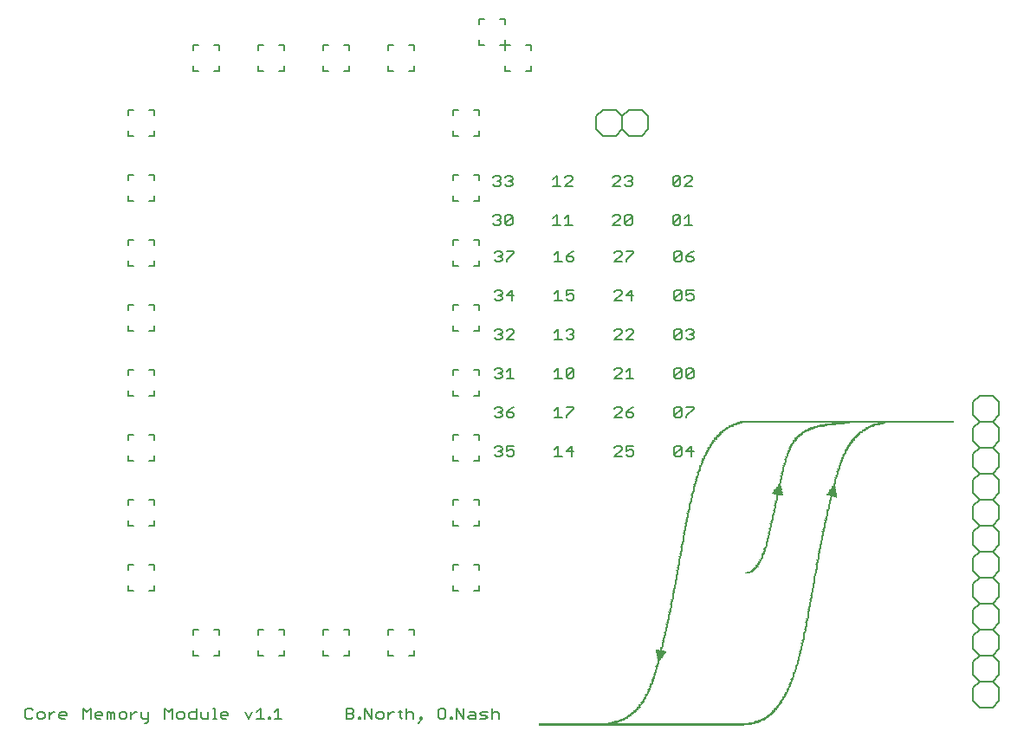
<source format=gto>
G75*
G70*
%OFA0B0*%
%FSLAX24Y24*%
%IPPOS*%
%LPD*%
%AMOC8*
5,1,8,0,0,1.08239X$1,22.5*
%
%ADD10C,0.0080*%
%ADD11R,0.3640X0.0020*%
%ADD12R,0.7900X0.0020*%
%ADD13R,0.8180X0.0020*%
%ADD14R,0.8260X0.0020*%
%ADD15R,0.0480X0.0020*%
%ADD16R,0.4400X0.0020*%
%ADD17R,0.0280X0.0020*%
%ADD18R,0.0300X0.0020*%
%ADD19R,0.0260X0.0020*%
%ADD20R,0.0240X0.0020*%
%ADD21R,0.0200X0.0020*%
%ADD22R,0.0160X0.0020*%
%ADD23R,0.0220X0.0020*%
%ADD24R,0.0180X0.0020*%
%ADD25R,0.0140X0.0020*%
%ADD26R,0.0120X0.0020*%
%ADD27R,0.0100X0.0020*%
%ADD28R,0.0080X0.0020*%
%ADD29R,0.0060X0.0020*%
%ADD30R,0.0340X0.0020*%
%ADD31R,0.0360X0.0020*%
%ADD32R,0.0380X0.0020*%
%ADD33R,0.0400X0.0020*%
%ADD34R,0.0040X0.0020*%
%ADD35R,0.0020X0.0020*%
%ADD36R,0.0320X0.0020*%
%ADD37R,0.0420X0.0020*%
%ADD38R,0.0540X0.0020*%
%ADD39R,0.0620X0.0020*%
%ADD40R,0.0700X0.0020*%
%ADD41R,0.8340X0.0020*%
%ADD42R,0.8280X0.0020*%
%ADD43R,0.8220X0.0020*%
%ADD44R,0.8040X0.0020*%
%ADD45C,0.0060*%
D10*
X000711Y000641D02*
X000851Y000641D01*
X000921Y000711D01*
X001101Y000711D02*
X001171Y000641D01*
X001311Y000641D01*
X001381Y000711D01*
X001381Y000851D01*
X001311Y000921D01*
X001171Y000921D01*
X001101Y000851D01*
X001101Y000711D01*
X000921Y000991D02*
X000851Y001061D01*
X000711Y001061D01*
X000641Y000991D01*
X000641Y000711D01*
X000711Y000641D01*
X001561Y000641D02*
X001561Y000921D01*
X001561Y000781D02*
X001702Y000921D01*
X001772Y000921D01*
X001945Y000851D02*
X002015Y000921D01*
X002155Y000921D01*
X002225Y000851D01*
X002225Y000781D01*
X001945Y000781D01*
X001945Y000711D02*
X001945Y000851D01*
X001945Y000711D02*
X002015Y000641D01*
X002155Y000641D01*
X002866Y000641D02*
X002866Y001061D01*
X003006Y000921D01*
X003146Y001061D01*
X003146Y000641D01*
X003326Y000711D02*
X003326Y000851D01*
X003396Y000921D01*
X003536Y000921D01*
X003606Y000851D01*
X003606Y000781D01*
X003326Y000781D01*
X003326Y000711D02*
X003396Y000641D01*
X003536Y000641D01*
X003787Y000641D02*
X003787Y000921D01*
X003857Y000921D01*
X003927Y000851D01*
X003997Y000921D01*
X004067Y000851D01*
X004067Y000641D01*
X003927Y000641D02*
X003927Y000851D01*
X004247Y000851D02*
X004317Y000921D01*
X004457Y000921D01*
X004527Y000851D01*
X004527Y000711D01*
X004457Y000641D01*
X004317Y000641D01*
X004247Y000711D01*
X004247Y000851D01*
X004707Y000921D02*
X004707Y000641D01*
X004707Y000781D02*
X004847Y000921D01*
X004917Y000921D01*
X005091Y000921D02*
X005091Y000711D01*
X005161Y000641D01*
X005371Y000641D01*
X005371Y000571D02*
X005301Y000501D01*
X005231Y000501D01*
X005371Y000571D02*
X005371Y000921D01*
X006012Y001061D02*
X006012Y000641D01*
X006292Y000641D02*
X006292Y001061D01*
X006152Y000921D01*
X006012Y001061D01*
X006472Y000851D02*
X006472Y000711D01*
X006542Y000641D01*
X006682Y000641D01*
X006752Y000711D01*
X006752Y000851D01*
X006682Y000921D01*
X006542Y000921D01*
X006472Y000851D01*
X006932Y000851D02*
X007002Y000921D01*
X007213Y000921D01*
X007213Y001061D02*
X007213Y000641D01*
X007002Y000641D01*
X006932Y000711D01*
X006932Y000851D01*
X007393Y000921D02*
X007393Y000711D01*
X007463Y000641D01*
X007673Y000641D01*
X007673Y000921D01*
X007853Y001061D02*
X007923Y001061D01*
X007923Y000641D01*
X007853Y000641D02*
X007993Y000641D01*
X008160Y000711D02*
X008160Y000851D01*
X008230Y000921D01*
X008370Y000921D01*
X008440Y000851D01*
X008440Y000781D01*
X008160Y000781D01*
X008160Y000711D02*
X008230Y000641D01*
X008370Y000641D01*
X009081Y000921D02*
X009221Y000641D01*
X009361Y000921D01*
X009541Y000921D02*
X009681Y001061D01*
X009681Y000641D01*
X009541Y000641D02*
X009821Y000641D01*
X010001Y000641D02*
X010071Y000641D01*
X010071Y000711D01*
X010001Y000711D01*
X010001Y000641D01*
X010231Y000641D02*
X010512Y000641D01*
X010372Y000641D02*
X010372Y001061D01*
X010231Y000921D01*
X012994Y000851D02*
X013204Y000851D01*
X013274Y000781D01*
X013274Y000711D01*
X013204Y000641D01*
X012994Y000641D01*
X012994Y001061D01*
X013204Y001061D01*
X013274Y000991D01*
X013274Y000921D01*
X013204Y000851D01*
X013454Y000711D02*
X013524Y000711D01*
X013524Y000641D01*
X013454Y000641D01*
X013454Y000711D01*
X013684Y000641D02*
X013684Y001061D01*
X013964Y000641D01*
X013964Y001061D01*
X014144Y000851D02*
X014214Y000921D01*
X014355Y000921D01*
X014425Y000851D01*
X014425Y000711D01*
X014355Y000641D01*
X014214Y000641D01*
X014144Y000711D01*
X014144Y000851D01*
X014605Y000921D02*
X014605Y000641D01*
X014605Y000781D02*
X014745Y000921D01*
X014815Y000921D01*
X014988Y000921D02*
X015129Y000921D01*
X015058Y000991D02*
X015058Y000711D01*
X015129Y000641D01*
X015295Y000641D02*
X015295Y001061D01*
X015365Y000921D02*
X015505Y000921D01*
X015576Y000851D01*
X015576Y000641D01*
X015756Y000501D02*
X015896Y000641D01*
X015826Y000641D01*
X015826Y000711D01*
X015896Y000711D01*
X015896Y000641D01*
X016523Y000711D02*
X016523Y000991D01*
X016593Y001061D01*
X016733Y001061D01*
X016803Y000991D01*
X016803Y000711D01*
X016733Y000641D01*
X016593Y000641D01*
X016523Y000711D01*
X016983Y000711D02*
X017053Y000711D01*
X017053Y000641D01*
X016983Y000641D01*
X016983Y000711D01*
X017213Y000641D02*
X017213Y001061D01*
X017494Y000641D01*
X017494Y001061D01*
X017744Y000921D02*
X017884Y000921D01*
X017954Y000851D01*
X017954Y000641D01*
X017744Y000641D01*
X017674Y000711D01*
X017744Y000781D01*
X017954Y000781D01*
X018134Y000851D02*
X018204Y000921D01*
X018414Y000921D01*
X018344Y000781D02*
X018204Y000781D01*
X018134Y000851D01*
X018134Y000641D02*
X018344Y000641D01*
X018414Y000711D01*
X018344Y000781D01*
X018594Y000851D02*
X018665Y000921D01*
X018805Y000921D01*
X018875Y000851D01*
X018875Y000641D01*
X018594Y000641D02*
X018594Y001061D01*
X015365Y000921D02*
X015295Y000851D01*
X018771Y010741D02*
X018701Y010811D01*
X018771Y010741D02*
X018911Y010741D01*
X018981Y010811D01*
X018981Y010881D01*
X018911Y010951D01*
X018841Y010951D01*
X018911Y010951D02*
X018981Y011021D01*
X018981Y011091D01*
X018911Y011161D01*
X018771Y011161D01*
X018701Y011091D01*
X019161Y011161D02*
X019161Y010951D01*
X019301Y011021D01*
X019371Y011021D01*
X019441Y010951D01*
X019441Y010811D01*
X019371Y010741D01*
X019231Y010741D01*
X019161Y010811D01*
X019161Y011161D02*
X019441Y011161D01*
X019371Y012241D02*
X019441Y012311D01*
X019441Y012381D01*
X019371Y012451D01*
X019161Y012451D01*
X019161Y012311D01*
X019231Y012241D01*
X019371Y012241D01*
X019161Y012451D02*
X019301Y012591D01*
X019441Y012661D01*
X018981Y012591D02*
X018981Y012521D01*
X018911Y012451D01*
X018981Y012381D01*
X018981Y012311D01*
X018911Y012241D01*
X018771Y012241D01*
X018701Y012311D01*
X018841Y012451D02*
X018911Y012451D01*
X018981Y012591D02*
X018911Y012661D01*
X018771Y012661D01*
X018701Y012591D01*
X018771Y013741D02*
X018701Y013811D01*
X018771Y013741D02*
X018911Y013741D01*
X018981Y013811D01*
X018981Y013881D01*
X018911Y013951D01*
X018841Y013951D01*
X018911Y013951D02*
X018981Y014021D01*
X018981Y014091D01*
X018911Y014161D01*
X018771Y014161D01*
X018701Y014091D01*
X019161Y014021D02*
X019301Y014161D01*
X019301Y013741D01*
X019161Y013741D02*
X019441Y013741D01*
X021003Y013741D02*
X021283Y013741D01*
X021143Y013741D02*
X021143Y014161D01*
X021003Y014021D01*
X021463Y014091D02*
X021533Y014161D01*
X021673Y014161D01*
X021743Y014091D01*
X021463Y013811D01*
X021533Y013741D01*
X021673Y013741D01*
X021743Y013811D01*
X021743Y014091D01*
X021463Y014091D02*
X021463Y013811D01*
X021463Y012661D02*
X021743Y012661D01*
X021743Y012591D01*
X021463Y012311D01*
X021463Y012241D01*
X021283Y012241D02*
X021003Y012241D01*
X021143Y012241D02*
X021143Y012661D01*
X021003Y012521D01*
X021143Y011161D02*
X021143Y010741D01*
X021003Y010741D02*
X021283Y010741D01*
X021463Y010951D02*
X021743Y010951D01*
X021673Y011161D02*
X021463Y010951D01*
X021673Y010741D02*
X021673Y011161D01*
X021143Y011161D02*
X021003Y011021D01*
X023304Y011091D02*
X023374Y011161D01*
X023514Y011161D01*
X023585Y011091D01*
X023585Y011021D01*
X023304Y010741D01*
X023585Y010741D01*
X023765Y010811D02*
X023835Y010741D01*
X023975Y010741D01*
X024045Y010811D01*
X024045Y010951D01*
X023975Y011021D01*
X023905Y011021D01*
X023765Y010951D01*
X023765Y011161D01*
X024045Y011161D01*
X023975Y012241D02*
X024045Y012311D01*
X024045Y012381D01*
X023975Y012451D01*
X023765Y012451D01*
X023765Y012311D01*
X023835Y012241D01*
X023975Y012241D01*
X023765Y012451D02*
X023905Y012591D01*
X024045Y012661D01*
X023585Y012591D02*
X023514Y012661D01*
X023374Y012661D01*
X023304Y012591D01*
X023585Y012591D02*
X023585Y012521D01*
X023304Y012241D01*
X023585Y012241D01*
X023585Y013741D02*
X023304Y013741D01*
X023585Y014021D01*
X023585Y014091D01*
X023514Y014161D01*
X023374Y014161D01*
X023304Y014091D01*
X023765Y014021D02*
X023905Y014161D01*
X023905Y013741D01*
X023765Y013741D02*
X024045Y013741D01*
X025606Y013811D02*
X025676Y013741D01*
X025816Y013741D01*
X025886Y013811D01*
X025886Y014091D01*
X025606Y013811D01*
X025606Y014091D01*
X025676Y014161D01*
X025816Y014161D01*
X025886Y014091D01*
X026066Y014091D02*
X026136Y014161D01*
X026277Y014161D01*
X026347Y014091D01*
X026066Y013811D01*
X026136Y013741D01*
X026277Y013741D01*
X026347Y013811D01*
X026347Y014091D01*
X026066Y014091D02*
X026066Y013811D01*
X026066Y012661D02*
X026347Y012661D01*
X026347Y012591D01*
X026066Y012311D01*
X026066Y012241D01*
X025886Y012311D02*
X025816Y012241D01*
X025676Y012241D01*
X025606Y012311D01*
X025886Y012591D01*
X025886Y012311D01*
X025606Y012311D02*
X025606Y012591D01*
X025676Y012661D01*
X025816Y012661D01*
X025886Y012591D01*
X025816Y011161D02*
X025676Y011161D01*
X025606Y011091D01*
X025606Y010811D01*
X025886Y011091D01*
X025886Y010811D01*
X025816Y010741D01*
X025676Y010741D01*
X025606Y010811D01*
X025886Y011091D02*
X025816Y011161D01*
X026066Y010951D02*
X026347Y010951D01*
X026277Y011161D02*
X026066Y010951D01*
X026277Y010741D02*
X026277Y011161D01*
X026277Y015241D02*
X026136Y015241D01*
X026066Y015311D01*
X025886Y015311D02*
X025816Y015241D01*
X025676Y015241D01*
X025606Y015311D01*
X025886Y015591D01*
X025886Y015311D01*
X025606Y015311D02*
X025606Y015591D01*
X025676Y015661D01*
X025816Y015661D01*
X025886Y015591D01*
X026066Y015591D02*
X026136Y015661D01*
X026277Y015661D01*
X026347Y015591D01*
X026347Y015521D01*
X026277Y015451D01*
X026347Y015381D01*
X026347Y015311D01*
X026277Y015241D01*
X026277Y015451D02*
X026207Y015451D01*
X026277Y016741D02*
X026136Y016741D01*
X026066Y016811D01*
X026066Y016951D02*
X026207Y017021D01*
X026277Y017021D01*
X026347Y016951D01*
X026347Y016811D01*
X026277Y016741D01*
X026066Y016951D02*
X026066Y017161D01*
X026347Y017161D01*
X025886Y017091D02*
X025886Y016811D01*
X025816Y016741D01*
X025676Y016741D01*
X025606Y016811D01*
X025886Y017091D01*
X025816Y017161D01*
X025676Y017161D01*
X025606Y017091D01*
X025606Y016811D01*
X024045Y016951D02*
X023765Y016951D01*
X023975Y017161D01*
X023975Y016741D01*
X023585Y016741D02*
X023304Y016741D01*
X023585Y017021D01*
X023585Y017091D01*
X023514Y017161D01*
X023374Y017161D01*
X023304Y017091D01*
X023304Y018241D02*
X023585Y018521D01*
X023585Y018591D01*
X023514Y018661D01*
X023374Y018661D01*
X023304Y018591D01*
X023304Y018241D02*
X023585Y018241D01*
X023765Y018241D02*
X023765Y018311D01*
X024045Y018591D01*
X024045Y018661D01*
X023765Y018661D01*
X023775Y019641D02*
X023705Y019711D01*
X023985Y019991D01*
X023985Y019711D01*
X023915Y019641D01*
X023775Y019641D01*
X023705Y019711D02*
X023705Y019991D01*
X023775Y020061D01*
X023915Y020061D01*
X023985Y019991D01*
X023525Y019991D02*
X023454Y020061D01*
X023314Y020061D01*
X023244Y019991D01*
X023525Y019991D02*
X023525Y019921D01*
X023244Y019641D01*
X023525Y019641D01*
X023525Y021141D02*
X023244Y021141D01*
X023525Y021421D01*
X023525Y021491D01*
X023454Y021561D01*
X023314Y021561D01*
X023244Y021491D01*
X023705Y021491D02*
X023775Y021561D01*
X023915Y021561D01*
X023985Y021491D01*
X023985Y021421D01*
X023915Y021351D01*
X023985Y021281D01*
X023985Y021211D01*
X023915Y021141D01*
X023775Y021141D01*
X023705Y021211D01*
X023845Y021351D02*
X023915Y021351D01*
X025546Y021211D02*
X025826Y021491D01*
X025826Y021211D01*
X025756Y021141D01*
X025616Y021141D01*
X025546Y021211D01*
X025546Y021491D01*
X025616Y021561D01*
X025756Y021561D01*
X025826Y021491D01*
X026006Y021491D02*
X026076Y021561D01*
X026217Y021561D01*
X026287Y021491D01*
X026287Y021421D01*
X026006Y021141D01*
X026287Y021141D01*
X026147Y020061D02*
X026006Y019921D01*
X025826Y019991D02*
X025546Y019711D01*
X025616Y019641D01*
X025756Y019641D01*
X025826Y019711D01*
X025826Y019991D01*
X025756Y020061D01*
X025616Y020061D01*
X025546Y019991D01*
X025546Y019711D01*
X026006Y019641D02*
X026287Y019641D01*
X026147Y019641D02*
X026147Y020061D01*
X026347Y018661D02*
X026207Y018591D01*
X026066Y018451D01*
X026277Y018451D01*
X026347Y018381D01*
X026347Y018311D01*
X026277Y018241D01*
X026136Y018241D01*
X026066Y018311D01*
X026066Y018451D01*
X025886Y018591D02*
X025606Y018311D01*
X025676Y018241D01*
X025816Y018241D01*
X025886Y018311D01*
X025886Y018591D01*
X025816Y018661D01*
X025676Y018661D01*
X025606Y018591D01*
X025606Y018311D01*
X023975Y015661D02*
X023835Y015661D01*
X023765Y015591D01*
X023585Y015591D02*
X023514Y015661D01*
X023374Y015661D01*
X023304Y015591D01*
X023585Y015591D02*
X023585Y015521D01*
X023304Y015241D01*
X023585Y015241D01*
X023765Y015241D02*
X024045Y015521D01*
X024045Y015591D01*
X023975Y015661D01*
X024045Y015241D02*
X023765Y015241D01*
X021743Y015311D02*
X021673Y015241D01*
X021533Y015241D01*
X021463Y015311D01*
X021283Y015241D02*
X021003Y015241D01*
X021143Y015241D02*
X021143Y015661D01*
X021003Y015521D01*
X021463Y015591D02*
X021533Y015661D01*
X021673Y015661D01*
X021743Y015591D01*
X021743Y015521D01*
X021673Y015451D01*
X021743Y015381D01*
X021743Y015311D01*
X021673Y015451D02*
X021603Y015451D01*
X021533Y016741D02*
X021463Y016811D01*
X021533Y016741D02*
X021673Y016741D01*
X021743Y016811D01*
X021743Y016951D01*
X021673Y017021D01*
X021603Y017021D01*
X021463Y016951D01*
X021463Y017161D01*
X021743Y017161D01*
X021143Y017161D02*
X021143Y016741D01*
X021003Y016741D02*
X021283Y016741D01*
X021003Y017021D02*
X021143Y017161D01*
X021143Y018241D02*
X021143Y018661D01*
X021003Y018521D01*
X021003Y018241D02*
X021283Y018241D01*
X021463Y018311D02*
X021463Y018451D01*
X021673Y018451D01*
X021743Y018381D01*
X021743Y018311D01*
X021673Y018241D01*
X021533Y018241D01*
X021463Y018311D01*
X021463Y018451D02*
X021603Y018591D01*
X021743Y018661D01*
X021683Y019641D02*
X021403Y019641D01*
X021543Y019641D02*
X021543Y020061D01*
X021403Y019921D01*
X021223Y019641D02*
X020943Y019641D01*
X021083Y019641D02*
X021083Y020061D01*
X020943Y019921D01*
X020943Y021141D02*
X021223Y021141D01*
X021083Y021141D02*
X021083Y021561D01*
X020943Y021421D01*
X021403Y021491D02*
X021473Y021561D01*
X021613Y021561D01*
X021683Y021491D01*
X021683Y021421D01*
X021403Y021141D01*
X021683Y021141D01*
X019381Y021211D02*
X019311Y021141D01*
X019171Y021141D01*
X019101Y021211D01*
X018921Y021211D02*
X018921Y021281D01*
X018851Y021351D01*
X018781Y021351D01*
X018851Y021351D02*
X018921Y021421D01*
X018921Y021491D01*
X018851Y021561D01*
X018711Y021561D01*
X018641Y021491D01*
X018641Y021211D02*
X018711Y021141D01*
X018851Y021141D01*
X018921Y021211D01*
X019101Y021491D02*
X019171Y021561D01*
X019311Y021561D01*
X019381Y021491D01*
X019381Y021421D01*
X019311Y021351D01*
X019381Y021281D01*
X019381Y021211D01*
X019311Y021351D02*
X019241Y021351D01*
X019171Y020061D02*
X019311Y020061D01*
X019381Y019991D01*
X019101Y019711D01*
X019171Y019641D01*
X019311Y019641D01*
X019381Y019711D01*
X019381Y019991D01*
X019171Y020061D02*
X019101Y019991D01*
X019101Y019711D01*
X018921Y019711D02*
X018851Y019641D01*
X018711Y019641D01*
X018641Y019711D01*
X018781Y019851D02*
X018851Y019851D01*
X018921Y019781D01*
X018921Y019711D01*
X018851Y019851D02*
X018921Y019921D01*
X018921Y019991D01*
X018851Y020061D01*
X018711Y020061D01*
X018641Y019991D01*
X018771Y018661D02*
X018911Y018661D01*
X018981Y018591D01*
X018981Y018521D01*
X018911Y018451D01*
X018981Y018381D01*
X018981Y018311D01*
X018911Y018241D01*
X018771Y018241D01*
X018701Y018311D01*
X018841Y018451D02*
X018911Y018451D01*
X018701Y018591D02*
X018771Y018661D01*
X019161Y018661D02*
X019441Y018661D01*
X019441Y018591D01*
X019161Y018311D01*
X019161Y018241D01*
X019371Y017161D02*
X019161Y016951D01*
X019441Y016951D01*
X019371Y016741D02*
X019371Y017161D01*
X018981Y017091D02*
X018981Y017021D01*
X018911Y016951D01*
X018981Y016881D01*
X018981Y016811D01*
X018911Y016741D01*
X018771Y016741D01*
X018701Y016811D01*
X018841Y016951D02*
X018911Y016951D01*
X018981Y017091D02*
X018911Y017161D01*
X018771Y017161D01*
X018701Y017091D01*
X018771Y015661D02*
X018911Y015661D01*
X018981Y015591D01*
X018981Y015521D01*
X018911Y015451D01*
X018981Y015381D01*
X018981Y015311D01*
X018911Y015241D01*
X018771Y015241D01*
X018701Y015311D01*
X018841Y015451D02*
X018911Y015451D01*
X018701Y015591D02*
X018771Y015661D01*
X019161Y015591D02*
X019231Y015661D01*
X019371Y015661D01*
X019441Y015591D01*
X019441Y015521D01*
X019161Y015241D01*
X019441Y015241D01*
D11*
X022231Y000381D03*
D12*
X024361Y000401D03*
D13*
X024501Y000421D03*
D14*
X024541Y000441D03*
D15*
X023071Y000461D03*
D16*
X026531Y000461D03*
D17*
X025071Y003101D03*
X025031Y003261D03*
X023211Y000481D03*
X031691Y009381D03*
X030951Y011841D03*
X028011Y012001D03*
D18*
X029601Y009441D03*
X029601Y009421D03*
X029601Y009401D03*
X031681Y009361D03*
X031681Y009341D03*
X033441Y011981D03*
X033601Y012021D03*
X025081Y003121D03*
X023361Y000521D03*
X023301Y000501D03*
X028641Y000481D03*
X028721Y000501D03*
D19*
X028781Y000521D03*
X025061Y003061D03*
X025061Y003081D03*
X023421Y000541D03*
X029661Y009281D03*
X029621Y009461D03*
X031701Y009421D03*
X031701Y009401D03*
X031741Y009221D03*
X033381Y011961D03*
X028101Y012021D03*
D20*
X030911Y011821D03*
X029631Y009501D03*
X029631Y009481D03*
X029671Y009261D03*
X031711Y009441D03*
X028831Y000541D03*
D21*
X025051Y003001D03*
X025051Y003021D03*
X023631Y000621D03*
X023591Y000601D03*
X023491Y000561D03*
X028531Y006301D03*
X030751Y011761D03*
X033311Y011941D03*
X027811Y011921D03*
D22*
X027851Y011941D03*
X027751Y011881D03*
X027671Y011841D03*
X030571Y011661D03*
X030711Y011741D03*
X033011Y011801D03*
X033031Y011821D03*
X033111Y011861D03*
X031731Y009521D03*
X031791Y009201D03*
X029651Y009581D03*
X029151Y000701D03*
X029111Y000661D03*
X028891Y000561D03*
X023851Y000741D03*
X023771Y000701D03*
X023751Y000681D03*
D23*
X023561Y000581D03*
X025061Y003041D03*
X028501Y006281D03*
X031721Y009461D03*
X031721Y009481D03*
X029641Y009521D03*
X030861Y011801D03*
X031021Y011861D03*
X033161Y011881D03*
X033201Y011901D03*
X033241Y011921D03*
X027961Y011981D03*
X027921Y011961D03*
D24*
X027781Y011901D03*
X030681Y011721D03*
X033061Y011841D03*
X031721Y009501D03*
X029641Y009541D03*
X029641Y009561D03*
X028441Y006261D03*
X025041Y002981D03*
X023721Y000661D03*
X028941Y000581D03*
X028981Y000601D03*
X029021Y000621D03*
D25*
X029061Y000641D03*
X029121Y000681D03*
X029221Y000741D03*
X029241Y000761D03*
X029361Y000861D03*
X029441Y000941D03*
X025041Y002941D03*
X025041Y002961D03*
X024961Y003281D03*
X024081Y000921D03*
X024001Y000841D03*
X023881Y000761D03*
X023681Y000641D03*
X028581Y006321D03*
X028621Y006341D03*
X028641Y006361D03*
X029661Y009601D03*
X031741Y009541D03*
X032801Y011681D03*
X032881Y011721D03*
X032901Y011741D03*
X032921Y011761D03*
X032961Y011781D03*
X030801Y011781D03*
X030641Y011701D03*
X030601Y011681D03*
X030561Y011641D03*
X030481Y011601D03*
X027701Y011861D03*
X027641Y011821D03*
X027601Y011801D03*
X027541Y011761D03*
X027521Y011741D03*
X027441Y011681D03*
X027361Y011601D03*
X027281Y011521D03*
D26*
X027271Y011501D03*
X027331Y011561D03*
X027351Y011581D03*
X027411Y011641D03*
X027431Y011661D03*
X027511Y011721D03*
X027211Y011441D03*
X027191Y011421D03*
X027191Y011401D03*
X027131Y011321D03*
X029731Y009241D03*
X031751Y009561D03*
X032471Y011341D03*
X032491Y011361D03*
X032551Y011441D03*
X032611Y011501D03*
X032631Y011521D03*
X032651Y011541D03*
X032671Y011561D03*
X032691Y011581D03*
X032711Y011601D03*
X032771Y011641D03*
X032791Y011661D03*
X030471Y011581D03*
X030451Y011561D03*
X030391Y011521D03*
X030311Y011441D03*
X030311Y011421D03*
X030251Y011361D03*
X030231Y011321D03*
X028811Y006541D03*
X028791Y006501D03*
X028731Y006441D03*
X028711Y006421D03*
X028651Y006381D03*
X025031Y002921D03*
X024411Y001301D03*
X024311Y001181D03*
X024251Y001101D03*
X024231Y001081D03*
X024231Y001061D03*
X024171Y001001D03*
X024151Y000981D03*
X024071Y000901D03*
X024011Y000861D03*
X023971Y000821D03*
X023911Y000781D03*
X023831Y000721D03*
X029191Y000721D03*
X029271Y000781D03*
X029291Y000801D03*
X029331Y000821D03*
X029351Y000841D03*
X029411Y000901D03*
X029431Y000921D03*
X029491Y000981D03*
X029511Y001021D03*
X029691Y001241D03*
D27*
X029701Y001261D03*
X029681Y001221D03*
X029661Y001201D03*
X029621Y001141D03*
X029601Y001121D03*
X029581Y001101D03*
X029581Y001081D03*
X029561Y001061D03*
X029541Y001041D03*
X029501Y001001D03*
X029461Y000961D03*
X029381Y000881D03*
X029741Y001301D03*
X029741Y001321D03*
X029761Y001341D03*
X029781Y001381D03*
X029821Y001461D03*
X029841Y001481D03*
X029861Y001501D03*
X029901Y001601D03*
X029921Y001621D03*
X029921Y001641D03*
X029941Y001661D03*
X029981Y001761D03*
X030001Y001781D03*
X030001Y001801D03*
X030061Y001941D03*
X030081Y001981D03*
X030101Y002021D03*
X030141Y002141D03*
X030161Y002181D03*
X030161Y002201D03*
X030221Y002381D03*
X030241Y002421D03*
X030321Y002681D03*
X030381Y002901D03*
X030461Y003221D03*
X030541Y003561D03*
X030561Y003641D03*
X030581Y003701D03*
X030621Y003941D03*
X030661Y004101D03*
X030701Y004341D03*
X030721Y004421D03*
X030741Y004501D03*
X030781Y004781D03*
X030801Y004861D03*
X030861Y005221D03*
X030881Y005301D03*
X030901Y005401D03*
X031101Y006581D03*
X031121Y006661D03*
X031141Y006761D03*
X031181Y007021D03*
X031201Y007101D03*
X031221Y007181D03*
X031341Y007841D03*
X031361Y007921D03*
X031381Y007981D03*
X031421Y008201D03*
X031441Y008281D03*
X031461Y008361D03*
X031521Y008641D03*
X031541Y008701D03*
X031621Y009041D03*
X031821Y009181D03*
X031741Y009581D03*
X031781Y009681D03*
X031841Y009921D03*
X031861Y009981D03*
X031901Y010141D03*
X031941Y010241D03*
X031981Y010381D03*
X032021Y010481D03*
X032061Y010601D03*
X032081Y010641D03*
X032101Y010681D03*
X032141Y010781D03*
X032141Y010801D03*
X032161Y010821D03*
X032181Y010841D03*
X032181Y010861D03*
X032221Y010941D03*
X032221Y010961D03*
X032241Y010981D03*
X032261Y011001D03*
X032261Y011021D03*
X032301Y011081D03*
X032301Y011101D03*
X032321Y011121D03*
X032341Y011141D03*
X032361Y011181D03*
X032381Y011221D03*
X032401Y011241D03*
X032421Y011261D03*
X032421Y011281D03*
X032461Y011321D03*
X032501Y011381D03*
X032521Y011401D03*
X032541Y011421D03*
X032581Y011461D03*
X032601Y011481D03*
X032741Y011621D03*
X032841Y011701D03*
X030521Y011621D03*
X030421Y011541D03*
X030381Y011501D03*
X030361Y011481D03*
X030341Y011461D03*
X030301Y011401D03*
X030241Y011341D03*
X030181Y011261D03*
X030181Y011241D03*
X030161Y011221D03*
X030141Y011201D03*
X030141Y011181D03*
X030101Y011121D03*
X030101Y011101D03*
X030081Y011081D03*
X030061Y011041D03*
X030021Y010941D03*
X030021Y010921D03*
X029981Y010861D03*
X029981Y010841D03*
X029941Y010721D03*
X029901Y010621D03*
X029861Y010461D03*
X029841Y010401D03*
X029781Y010141D03*
X029761Y010081D03*
X029741Y010001D03*
X029661Y009641D03*
X029661Y009621D03*
X029581Y009241D03*
X029541Y009021D03*
X029521Y008941D03*
X029501Y008861D03*
X029461Y008641D03*
X029381Y008281D03*
X029361Y008221D03*
X029341Y008161D03*
X029341Y008141D03*
X029301Y007941D03*
X029261Y007801D03*
X029121Y007221D03*
X029101Y007181D03*
X029101Y007161D03*
X029061Y007021D03*
X029041Y006981D03*
X029021Y006941D03*
X028981Y006821D03*
X028941Y006761D03*
X028941Y006741D03*
X028901Y006681D03*
X028901Y006661D03*
X028881Y006641D03*
X028861Y006621D03*
X028861Y006601D03*
X028801Y006521D03*
X028741Y006461D03*
X028701Y006401D03*
X025861Y006981D03*
X025841Y006901D03*
X025901Y007261D03*
X026001Y007801D03*
X026021Y007881D03*
X026061Y008141D03*
X026081Y008221D03*
X026101Y008301D03*
X026141Y008541D03*
X026141Y008561D03*
X026161Y008621D03*
X026181Y008701D03*
X026221Y008921D03*
X026301Y009261D03*
X026321Y009321D03*
X026381Y009581D03*
X026401Y009641D03*
X026461Y009861D03*
X026481Y009921D03*
X026501Y009961D03*
X026541Y010121D03*
X026561Y010161D03*
X026581Y010201D03*
X026581Y010221D03*
X026641Y010381D03*
X026641Y010401D03*
X026701Y010541D03*
X026701Y010561D03*
X026741Y010621D03*
X026741Y010641D03*
X026801Y010761D03*
X026821Y010801D03*
X026861Y010901D03*
X026881Y010921D03*
X026881Y010941D03*
X026901Y010961D03*
X026941Y011041D03*
X026961Y011081D03*
X026981Y011101D03*
X027021Y011161D03*
X027021Y011181D03*
X027041Y011201D03*
X027061Y011221D03*
X027081Y011261D03*
X027101Y011301D03*
X027141Y011341D03*
X027141Y011361D03*
X027261Y011481D03*
X027301Y011541D03*
X027381Y011621D03*
X027581Y011781D03*
X025781Y006541D03*
X025761Y006461D03*
X025741Y006361D03*
X025621Y005661D03*
X025601Y005561D03*
X025581Y005481D03*
X025541Y005221D03*
X025521Y005141D03*
X025501Y005061D03*
X025461Y004821D03*
X025441Y004741D03*
X025421Y004661D03*
X025381Y004441D03*
X025361Y004361D03*
X025341Y004301D03*
X025261Y003941D03*
X025221Y003741D03*
X025201Y003661D03*
X025141Y003401D03*
X025121Y003341D03*
X025021Y002901D03*
X024981Y002761D03*
X024961Y002701D03*
X024941Y002641D03*
X024881Y002421D03*
X024861Y002361D03*
X024821Y002221D03*
X024821Y002201D03*
X024801Y002161D03*
X024781Y002121D03*
X024781Y002101D03*
X024741Y001981D03*
X024721Y001941D03*
X024701Y001901D03*
X024661Y001781D03*
X024641Y001741D03*
X024621Y001701D03*
X024561Y001581D03*
X024561Y001561D03*
X024541Y001541D03*
X024501Y001461D03*
X024481Y001421D03*
X024461Y001401D03*
X024461Y001381D03*
X024421Y001321D03*
X024381Y001281D03*
X024381Y001261D03*
X024361Y001241D03*
X024341Y001201D03*
X024301Y001161D03*
X024301Y001141D03*
X024181Y001021D03*
X024101Y000941D03*
X024041Y000881D03*
X023941Y000801D03*
D28*
X024131Y000961D03*
X024211Y001041D03*
X024271Y001121D03*
X024351Y001221D03*
X024431Y001341D03*
X024491Y001441D03*
X024511Y001481D03*
X024511Y001501D03*
X024531Y001521D03*
X024571Y001601D03*
X024591Y001621D03*
X024591Y001641D03*
X024611Y001681D03*
X024631Y001721D03*
X024651Y001761D03*
X024671Y001801D03*
X024671Y001821D03*
X024691Y001861D03*
X024691Y001881D03*
X024711Y001921D03*
X024731Y001961D03*
X024751Y002001D03*
X024751Y002021D03*
X024771Y002061D03*
X024771Y002081D03*
X024791Y002141D03*
X024811Y002181D03*
X024831Y002241D03*
X024831Y002261D03*
X024851Y002321D03*
X024851Y002341D03*
X024871Y002381D03*
X024871Y002401D03*
X024891Y002441D03*
X024891Y002461D03*
X024911Y002481D03*
X024911Y002501D03*
X024911Y002521D03*
X024931Y002581D03*
X024931Y002601D03*
X024931Y002621D03*
X024951Y002661D03*
X024951Y002681D03*
X024971Y002721D03*
X024971Y002741D03*
X024991Y002781D03*
X024991Y002801D03*
X024991Y002821D03*
X025011Y002881D03*
X025111Y003281D03*
X025111Y003301D03*
X025111Y003321D03*
X025131Y003361D03*
X025131Y003381D03*
X025151Y003421D03*
X025151Y003441D03*
X025151Y003461D03*
X025171Y003541D03*
X025171Y003561D03*
X025171Y003581D03*
X025191Y003601D03*
X025191Y003621D03*
X025191Y003641D03*
X025211Y003681D03*
X025211Y003701D03*
X025211Y003721D03*
X025231Y003761D03*
X025231Y003781D03*
X025231Y003801D03*
X025251Y003861D03*
X025251Y003881D03*
X025251Y003901D03*
X025251Y003921D03*
X025271Y003961D03*
X025271Y003981D03*
X025271Y004001D03*
X025291Y004021D03*
X025291Y004041D03*
X025291Y004061D03*
X025311Y004081D03*
X025311Y004101D03*
X025311Y004121D03*
X025311Y004141D03*
X025331Y004221D03*
X025331Y004241D03*
X025331Y004261D03*
X025331Y004281D03*
X025351Y004321D03*
X025351Y004341D03*
X025371Y004381D03*
X025371Y004401D03*
X025371Y004421D03*
X025391Y004461D03*
X025391Y004481D03*
X025391Y004501D03*
X025391Y004521D03*
X025411Y004581D03*
X025411Y004601D03*
X025411Y004621D03*
X025411Y004641D03*
X025431Y004681D03*
X025431Y004701D03*
X025431Y004721D03*
X025451Y004761D03*
X025451Y004781D03*
X025451Y004801D03*
X025471Y004841D03*
X025471Y004861D03*
X025471Y004881D03*
X025471Y004901D03*
X025491Y004981D03*
X025491Y005001D03*
X025491Y005021D03*
X025491Y005041D03*
X025511Y005081D03*
X025511Y005101D03*
X025511Y005121D03*
X025531Y005161D03*
X025531Y005181D03*
X025531Y005201D03*
X025551Y005241D03*
X025551Y005261D03*
X025551Y005281D03*
X025551Y005301D03*
X025571Y005401D03*
X025571Y005421D03*
X025571Y005441D03*
X025571Y005461D03*
X025591Y005501D03*
X025591Y005521D03*
X025591Y005541D03*
X025611Y005581D03*
X025611Y005601D03*
X025611Y005621D03*
X025611Y005641D03*
X025631Y005681D03*
X025631Y005701D03*
X025631Y005721D03*
X025631Y005741D03*
X025651Y005821D03*
X025651Y005841D03*
X025651Y005861D03*
X025651Y005881D03*
X025651Y005901D03*
X025671Y005921D03*
X025671Y005941D03*
X025671Y005961D03*
X025671Y005981D03*
X025691Y006001D03*
X025691Y006021D03*
X025691Y006041D03*
X025691Y006061D03*
X025691Y006081D03*
X025711Y006101D03*
X025711Y006121D03*
X025711Y006141D03*
X025711Y006161D03*
X025711Y006181D03*
X025731Y006281D03*
X025731Y006301D03*
X025731Y006321D03*
X025731Y006341D03*
X025751Y006381D03*
X025751Y006401D03*
X025751Y006421D03*
X025751Y006441D03*
X025771Y006481D03*
X025771Y006501D03*
X025771Y006521D03*
X025791Y006561D03*
X025791Y006581D03*
X025791Y006601D03*
X025791Y006621D03*
X025811Y006741D03*
X025811Y006761D03*
X025811Y006781D03*
X025811Y006801D03*
X025831Y006821D03*
X025831Y006841D03*
X025831Y006861D03*
X025831Y006881D03*
X025851Y006921D03*
X025851Y006941D03*
X025851Y006961D03*
X025871Y007001D03*
X025871Y007021D03*
X025871Y007041D03*
X025871Y007061D03*
X025871Y007081D03*
X025891Y007181D03*
X025891Y007201D03*
X025891Y007221D03*
X025891Y007241D03*
X025911Y007281D03*
X025911Y007301D03*
X025911Y007321D03*
X025911Y007341D03*
X025931Y007361D03*
X025931Y007381D03*
X025931Y007401D03*
X025931Y007421D03*
X025931Y007441D03*
X025951Y007461D03*
X025951Y007481D03*
X025951Y007501D03*
X025951Y007521D03*
X025971Y007621D03*
X025971Y007641D03*
X025971Y007661D03*
X025971Y007681D03*
X025971Y007701D03*
X025991Y007721D03*
X025991Y007741D03*
X025991Y007761D03*
X025991Y007781D03*
X026011Y007821D03*
X026011Y007841D03*
X026011Y007861D03*
X026031Y007901D03*
X026031Y007921D03*
X026031Y007941D03*
X026031Y007961D03*
X026031Y007981D03*
X026051Y008061D03*
X026051Y008081D03*
X026051Y008101D03*
X026051Y008121D03*
X026071Y008161D03*
X026071Y008181D03*
X026071Y008201D03*
X026091Y008241D03*
X026091Y008261D03*
X026091Y008281D03*
X026111Y008321D03*
X026111Y008341D03*
X026111Y008361D03*
X026111Y008381D03*
X026131Y008461D03*
X026131Y008481D03*
X026131Y008501D03*
X026131Y008521D03*
X026151Y008581D03*
X026151Y008601D03*
X026171Y008641D03*
X026171Y008661D03*
X026171Y008681D03*
X026191Y008721D03*
X026191Y008741D03*
X026191Y008761D03*
X026191Y008781D03*
X026211Y008841D03*
X026211Y008861D03*
X026211Y008881D03*
X026211Y008901D03*
X026231Y008941D03*
X026231Y008961D03*
X026231Y008981D03*
X026251Y009001D03*
X026251Y009021D03*
X026251Y009041D03*
X026251Y009061D03*
X026271Y009081D03*
X026271Y009101D03*
X026271Y009121D03*
X026291Y009201D03*
X026291Y009221D03*
X026291Y009241D03*
X026311Y009281D03*
X026311Y009301D03*
X026331Y009341D03*
X026331Y009361D03*
X026331Y009381D03*
X026351Y009401D03*
X026351Y009421D03*
X026351Y009441D03*
X026371Y009521D03*
X026371Y009541D03*
X026371Y009561D03*
X026391Y009601D03*
X026391Y009621D03*
X026411Y009661D03*
X026411Y009681D03*
X026431Y009701D03*
X026431Y009721D03*
X026431Y009741D03*
X026431Y009761D03*
X026451Y009801D03*
X026451Y009821D03*
X026451Y009841D03*
X026471Y009881D03*
X026471Y009901D03*
X026491Y009941D03*
X026511Y009981D03*
X026511Y010001D03*
X026531Y010061D03*
X026531Y010081D03*
X026531Y010101D03*
X026551Y010141D03*
X026571Y010181D03*
X026591Y010241D03*
X026611Y010301D03*
X026611Y010321D03*
X026611Y010341D03*
X026631Y010361D03*
X026651Y010421D03*
X026671Y010441D03*
X026671Y010461D03*
X026671Y010481D03*
X026691Y010521D03*
X026711Y010581D03*
X026731Y010601D03*
X026751Y010661D03*
X026771Y010701D03*
X026771Y010721D03*
X026791Y010741D03*
X026811Y010781D03*
X026831Y010821D03*
X026831Y010841D03*
X026851Y010861D03*
X026851Y010881D03*
X026911Y010981D03*
X026931Y011001D03*
X026931Y011021D03*
X026951Y011061D03*
X026991Y011121D03*
X027071Y011241D03*
X027091Y011281D03*
X027171Y011381D03*
X027231Y011461D03*
X027471Y011701D03*
X029991Y010881D03*
X030011Y010901D03*
X030031Y010961D03*
X030051Y011001D03*
X030051Y011021D03*
X030071Y011061D03*
X030111Y011141D03*
X030131Y011161D03*
X030191Y011281D03*
X030211Y011301D03*
X030271Y011381D03*
X029971Y010821D03*
X029951Y010761D03*
X029951Y010741D03*
X029931Y010701D03*
X029931Y010681D03*
X029911Y010661D03*
X029911Y010641D03*
X029891Y010601D03*
X029891Y010581D03*
X029871Y010501D03*
X029871Y010481D03*
X029851Y010441D03*
X029851Y010421D03*
X029831Y010381D03*
X029831Y010361D03*
X029831Y010341D03*
X029811Y010321D03*
X029811Y010301D03*
X029811Y010281D03*
X029791Y010201D03*
X029791Y010181D03*
X029791Y010161D03*
X029771Y010121D03*
X029771Y010101D03*
X029751Y010061D03*
X029751Y010041D03*
X029751Y010021D03*
X029731Y009981D03*
X029731Y009961D03*
X029731Y009941D03*
X029711Y009841D03*
X029711Y009821D03*
X029711Y009801D03*
X029691Y009781D03*
X029691Y009761D03*
X029691Y009741D03*
X029691Y009721D03*
X029671Y009701D03*
X029671Y009681D03*
X029671Y009661D03*
X029571Y009221D03*
X029571Y009201D03*
X029571Y009181D03*
X029571Y009161D03*
X029551Y009101D03*
X029551Y009081D03*
X029551Y009061D03*
X029551Y009041D03*
X029531Y009001D03*
X029531Y008981D03*
X029531Y008961D03*
X029511Y008921D03*
X029511Y008901D03*
X029511Y008881D03*
X029491Y008841D03*
X029491Y008821D03*
X029491Y008801D03*
X029471Y008721D03*
X029471Y008701D03*
X029471Y008681D03*
X029471Y008661D03*
X029451Y008621D03*
X029451Y008601D03*
X029451Y008581D03*
X029431Y008561D03*
X029431Y008541D03*
X029431Y008521D03*
X029431Y008501D03*
X029411Y008481D03*
X029411Y008461D03*
X029411Y008441D03*
X029391Y008361D03*
X029391Y008341D03*
X029391Y008321D03*
X029391Y008301D03*
X029371Y008261D03*
X029371Y008241D03*
X029351Y008201D03*
X029351Y008181D03*
X029331Y008121D03*
X029331Y008101D03*
X029331Y008081D03*
X029311Y008001D03*
X029311Y007981D03*
X029311Y007961D03*
X029291Y007921D03*
X029291Y007901D03*
X029291Y007881D03*
X029271Y007861D03*
X029271Y007841D03*
X029271Y007821D03*
X029251Y007781D03*
X029251Y007761D03*
X029251Y007741D03*
X029251Y007721D03*
X029231Y007661D03*
X029231Y007641D03*
X029231Y007621D03*
X029231Y007601D03*
X029211Y007581D03*
X029211Y007561D03*
X029211Y007541D03*
X029211Y007521D03*
X029191Y007501D03*
X029191Y007481D03*
X029191Y007461D03*
X029171Y007441D03*
X029171Y007421D03*
X029171Y007401D03*
X029171Y007381D03*
X029151Y007341D03*
X029151Y007321D03*
X029151Y007301D03*
X029151Y007281D03*
X029131Y007261D03*
X029131Y007241D03*
X029111Y007201D03*
X029091Y007141D03*
X029091Y007121D03*
X029071Y007081D03*
X029071Y007061D03*
X029071Y007041D03*
X029051Y007001D03*
X029031Y006961D03*
X029011Y006921D03*
X029011Y006901D03*
X028991Y006861D03*
X028991Y006841D03*
X028971Y006801D03*
X028951Y006781D03*
X028931Y006721D03*
X028911Y006701D03*
X028851Y006581D03*
X028831Y006561D03*
X028771Y006481D03*
X028391Y006241D03*
X030871Y005281D03*
X030871Y005261D03*
X030871Y005241D03*
X030851Y005201D03*
X030851Y005181D03*
X030851Y005161D03*
X030851Y005141D03*
X030831Y005021D03*
X030831Y005001D03*
X030831Y004981D03*
X030831Y004961D03*
X030811Y004941D03*
X030811Y004921D03*
X030811Y004901D03*
X030811Y004881D03*
X030791Y004841D03*
X030791Y004821D03*
X030791Y004801D03*
X030771Y004761D03*
X030771Y004741D03*
X030771Y004721D03*
X030771Y004701D03*
X030771Y004681D03*
X030751Y004601D03*
X030751Y004581D03*
X030751Y004561D03*
X030751Y004541D03*
X030751Y004521D03*
X030731Y004481D03*
X030731Y004461D03*
X030731Y004441D03*
X030711Y004401D03*
X030711Y004381D03*
X030711Y004361D03*
X030691Y004321D03*
X030691Y004301D03*
X030691Y004281D03*
X030691Y004261D03*
X030671Y004181D03*
X030671Y004161D03*
X030671Y004141D03*
X030671Y004121D03*
X030651Y004081D03*
X030651Y004061D03*
X030651Y004041D03*
X030651Y004021D03*
X030631Y004001D03*
X030631Y003981D03*
X030631Y003961D03*
X030611Y003921D03*
X030611Y003901D03*
X030611Y003881D03*
X030611Y003861D03*
X030591Y003781D03*
X030591Y003761D03*
X030591Y003741D03*
X030591Y003721D03*
X030571Y003681D03*
X030571Y003661D03*
X030551Y003621D03*
X030551Y003601D03*
X030551Y003581D03*
X030531Y003541D03*
X030531Y003521D03*
X030531Y003501D03*
X030511Y003421D03*
X030511Y003401D03*
X030511Y003381D03*
X030511Y003361D03*
X030491Y003341D03*
X030491Y003321D03*
X030491Y003301D03*
X030471Y003281D03*
X030471Y003261D03*
X030471Y003241D03*
X030451Y003201D03*
X030451Y003181D03*
X030451Y003161D03*
X030431Y003101D03*
X030431Y003081D03*
X030431Y003061D03*
X030431Y003041D03*
X030411Y003021D03*
X030411Y003001D03*
X030411Y002981D03*
X030391Y002961D03*
X030391Y002941D03*
X030391Y002921D03*
X030371Y002881D03*
X030371Y002861D03*
X030351Y002781D03*
X030351Y002761D03*
X030351Y002741D03*
X030331Y002721D03*
X030331Y002701D03*
X030311Y002661D03*
X030311Y002641D03*
X030291Y002621D03*
X030291Y002601D03*
X030291Y002581D03*
X030271Y002521D03*
X030271Y002501D03*
X030271Y002481D03*
X030251Y002461D03*
X030251Y002441D03*
X030231Y002401D03*
X030211Y002361D03*
X030211Y002341D03*
X030191Y002281D03*
X030191Y002261D03*
X030191Y002241D03*
X030171Y002221D03*
X030151Y002161D03*
X030131Y002121D03*
X030131Y002101D03*
X030111Y002061D03*
X030111Y002041D03*
X030091Y002001D03*
X030071Y001961D03*
X030051Y001921D03*
X030051Y001901D03*
X030031Y001861D03*
X030031Y001841D03*
X030011Y001821D03*
X029971Y001741D03*
X029971Y001721D03*
X029951Y001701D03*
X029951Y001681D03*
X029891Y001581D03*
X029891Y001561D03*
X029871Y001541D03*
X029871Y001521D03*
X029811Y001441D03*
X029811Y001421D03*
X029791Y001401D03*
X029771Y001361D03*
X029651Y001181D03*
X029631Y001161D03*
X030891Y005321D03*
X030891Y005341D03*
X030891Y005361D03*
X030891Y005381D03*
X030911Y005421D03*
X030911Y005441D03*
X030911Y005461D03*
X030911Y005481D03*
X030911Y005501D03*
X030931Y005581D03*
X030931Y005601D03*
X030931Y005621D03*
X030931Y005641D03*
X030931Y005661D03*
X030951Y005681D03*
X030951Y005701D03*
X030951Y005721D03*
X030951Y005741D03*
X030951Y005761D03*
X030971Y005781D03*
X030971Y005801D03*
X030971Y005821D03*
X030971Y005841D03*
X030991Y005861D03*
X030991Y005881D03*
X030991Y005901D03*
X030991Y005921D03*
X030991Y005941D03*
X031011Y006041D03*
X031011Y006061D03*
X031011Y006081D03*
X031011Y006101D03*
X031011Y006121D03*
X031031Y006141D03*
X031031Y006161D03*
X031031Y006181D03*
X031031Y006201D03*
X031051Y006281D03*
X031051Y006301D03*
X031071Y006321D03*
X031071Y006341D03*
X031071Y006361D03*
X031071Y006381D03*
X031091Y006501D03*
X031091Y006521D03*
X031091Y006541D03*
X031091Y006561D03*
X031111Y006601D03*
X031111Y006621D03*
X031111Y006641D03*
X031131Y006681D03*
X031131Y006701D03*
X031131Y006721D03*
X031131Y006741D03*
X031151Y006781D03*
X031151Y006801D03*
X031151Y006821D03*
X031151Y006841D03*
X031171Y006941D03*
X031171Y006961D03*
X031171Y006981D03*
X031171Y007001D03*
X031191Y007041D03*
X031191Y007061D03*
X031191Y007081D03*
X031211Y007121D03*
X031211Y007141D03*
X031211Y007161D03*
X031231Y007201D03*
X031231Y007221D03*
X031231Y007241D03*
X031231Y007261D03*
X031251Y007361D03*
X031251Y007381D03*
X031251Y007401D03*
X031251Y007421D03*
X031271Y007441D03*
X031271Y007461D03*
X031271Y007481D03*
X031271Y007501D03*
X031291Y007521D03*
X031291Y007541D03*
X031291Y007561D03*
X031291Y007581D03*
X031311Y007601D03*
X031311Y007621D03*
X031311Y007641D03*
X031311Y007661D03*
X031311Y007681D03*
X031331Y007761D03*
X031331Y007781D03*
X031331Y007801D03*
X031331Y007821D03*
X031351Y007861D03*
X031351Y007881D03*
X031351Y007901D03*
X031371Y007941D03*
X031371Y007961D03*
X031391Y008001D03*
X031391Y008021D03*
X031391Y008041D03*
X031391Y008061D03*
X031411Y008141D03*
X031411Y008161D03*
X031411Y008181D03*
X031431Y008221D03*
X031431Y008241D03*
X031431Y008261D03*
X031451Y008301D03*
X031451Y008321D03*
X031451Y008341D03*
X031471Y008381D03*
X031471Y008401D03*
X031471Y008421D03*
X031491Y008501D03*
X031491Y008521D03*
X031491Y008541D03*
X031491Y008561D03*
X031511Y008581D03*
X031511Y008601D03*
X031511Y008621D03*
X031531Y008661D03*
X031531Y008681D03*
X031551Y008721D03*
X031551Y008741D03*
X031551Y008761D03*
X031551Y008781D03*
X031571Y008841D03*
X031571Y008861D03*
X031571Y008881D03*
X031571Y008901D03*
X031591Y008921D03*
X031591Y008941D03*
X031591Y008961D03*
X031611Y008981D03*
X031611Y009001D03*
X031611Y009021D03*
X031631Y009061D03*
X031631Y009081D03*
X031631Y009101D03*
X031631Y009121D03*
X031651Y009181D03*
X031651Y009201D03*
X031751Y009601D03*
X031751Y009621D03*
X031771Y009641D03*
X031771Y009661D03*
X031791Y009701D03*
X031791Y009721D03*
X031791Y009741D03*
X031811Y009801D03*
X031811Y009821D03*
X031811Y009841D03*
X031811Y009861D03*
X031831Y009881D03*
X031831Y009901D03*
X031851Y009941D03*
X031851Y009961D03*
X031871Y010001D03*
X031871Y010021D03*
X031891Y010081D03*
X031891Y010101D03*
X031891Y010121D03*
X031911Y010161D03*
X031911Y010181D03*
X031931Y010201D03*
X031931Y010221D03*
X031951Y010261D03*
X031951Y010281D03*
X031951Y010301D03*
X031971Y010341D03*
X031971Y010361D03*
X031991Y010401D03*
X031991Y010421D03*
X032011Y010441D03*
X032011Y010461D03*
X032031Y010501D03*
X032031Y010521D03*
X032051Y010561D03*
X032051Y010581D03*
X032071Y010621D03*
X032091Y010661D03*
X032111Y010701D03*
X032111Y010721D03*
X032131Y010761D03*
X032191Y010881D03*
X032211Y010921D03*
X032271Y011041D03*
X032351Y011161D03*
X032371Y011201D03*
X032451Y011301D03*
D29*
X032281Y011061D03*
X032201Y010901D03*
X032121Y010741D03*
X032041Y010541D03*
X031961Y010321D03*
X031881Y010061D03*
X031881Y010041D03*
X031801Y009781D03*
X031801Y009761D03*
X031641Y009161D03*
X031641Y009141D03*
X031561Y008821D03*
X031561Y008801D03*
X031481Y008481D03*
X031481Y008461D03*
X031481Y008441D03*
X031401Y008121D03*
X031401Y008101D03*
X031401Y008081D03*
X031321Y007741D03*
X031321Y007721D03*
X031321Y007701D03*
X031241Y007341D03*
X031241Y007321D03*
X031241Y007301D03*
X031241Y007281D03*
X031161Y006921D03*
X031161Y006901D03*
X031161Y006881D03*
X031161Y006861D03*
X031081Y006481D03*
X031081Y006461D03*
X031081Y006441D03*
X031081Y006421D03*
X031081Y006401D03*
X031001Y006021D03*
X031001Y006001D03*
X031001Y005981D03*
X031001Y005961D03*
X030921Y005561D03*
X030921Y005541D03*
X030921Y005521D03*
X030841Y005121D03*
X030841Y005101D03*
X030841Y005081D03*
X030841Y005061D03*
X030841Y005041D03*
X030761Y004661D03*
X030761Y004641D03*
X030761Y004621D03*
X030681Y004241D03*
X030681Y004221D03*
X030681Y004201D03*
X030601Y003841D03*
X030601Y003821D03*
X030601Y003801D03*
X030521Y003481D03*
X030521Y003461D03*
X030521Y003441D03*
X030441Y003141D03*
X030441Y003121D03*
X030361Y002841D03*
X030361Y002821D03*
X030361Y002801D03*
X030281Y002561D03*
X030281Y002541D03*
X030201Y002321D03*
X030201Y002301D03*
X030121Y002081D03*
X030041Y001881D03*
X029721Y001281D03*
X025401Y004541D03*
X025401Y004561D03*
X025321Y004201D03*
X025321Y004181D03*
X025321Y004161D03*
X025241Y003841D03*
X025241Y003821D03*
X025161Y003521D03*
X025161Y003501D03*
X025161Y003481D03*
X024921Y003301D03*
X025001Y002861D03*
X025001Y002841D03*
X024921Y002561D03*
X024921Y002541D03*
X024841Y002301D03*
X024841Y002281D03*
X024761Y002041D03*
X024681Y001841D03*
X024601Y001661D03*
X024441Y001361D03*
X025481Y004921D03*
X025481Y004941D03*
X025481Y004961D03*
X025561Y005321D03*
X025561Y005341D03*
X025561Y005361D03*
X025561Y005381D03*
X025641Y005761D03*
X025641Y005781D03*
X025641Y005801D03*
X025721Y006201D03*
X025721Y006221D03*
X025721Y006241D03*
X025721Y006261D03*
X025801Y006641D03*
X025801Y006661D03*
X025801Y006681D03*
X025801Y006701D03*
X025801Y006721D03*
X025881Y007101D03*
X025881Y007121D03*
X025881Y007141D03*
X025881Y007161D03*
X025961Y007541D03*
X025961Y007561D03*
X025961Y007581D03*
X025961Y007601D03*
X026041Y008001D03*
X026041Y008021D03*
X026041Y008041D03*
X026121Y008401D03*
X026121Y008421D03*
X026121Y008441D03*
X026201Y008801D03*
X026201Y008821D03*
X026281Y009141D03*
X026281Y009161D03*
X026281Y009181D03*
X026361Y009461D03*
X026361Y009481D03*
X026361Y009501D03*
X026441Y009781D03*
X026521Y010021D03*
X026521Y010041D03*
X026601Y010261D03*
X026601Y010281D03*
X026681Y010501D03*
X026761Y010681D03*
X027001Y011141D03*
X029801Y010261D03*
X029801Y010241D03*
X029801Y010221D03*
X029881Y010521D03*
X029881Y010541D03*
X029881Y010561D03*
X029961Y010781D03*
X029961Y010801D03*
X030041Y010981D03*
X029721Y009921D03*
X029721Y009901D03*
X029721Y009881D03*
X029721Y009861D03*
X029561Y009141D03*
X029561Y009121D03*
X029481Y008781D03*
X029481Y008761D03*
X029481Y008741D03*
X029401Y008421D03*
X029401Y008401D03*
X029401Y008381D03*
X029321Y008061D03*
X029321Y008041D03*
X029321Y008021D03*
X029241Y007701D03*
X029241Y007681D03*
X029161Y007361D03*
X029081Y007101D03*
X029001Y006881D03*
D30*
X031681Y009321D03*
X025061Y003241D03*
X025081Y003141D03*
D31*
X025091Y003161D03*
X025091Y003181D03*
X029591Y009361D03*
X031671Y009301D03*
X031671Y009241D03*
D32*
X031661Y009281D03*
X029581Y009341D03*
X031201Y011901D03*
X031401Y011941D03*
X025101Y003201D03*
D33*
X025091Y003221D03*
X029571Y009321D03*
X031651Y009261D03*
D34*
X031051Y006261D03*
X031051Y006241D03*
X031031Y006221D03*
D35*
X031861Y009161D03*
D36*
X029611Y009301D03*
X029591Y009381D03*
X031131Y011881D03*
X033491Y012001D03*
D37*
X031281Y011921D03*
D38*
X031561Y011961D03*
D39*
X031681Y011981D03*
D40*
X031821Y012001D03*
X032041Y012021D03*
D41*
X032181Y012041D03*
D42*
X032211Y012061D03*
D43*
X032241Y012081D03*
D44*
X032331Y012101D03*
D45*
X037101Y011851D02*
X037101Y011351D01*
X037351Y011101D01*
X037851Y011101D01*
X038101Y011351D01*
X038101Y011851D01*
X037851Y012101D01*
X038101Y012351D01*
X038101Y012851D01*
X037851Y013101D01*
X037351Y013101D01*
X037101Y012851D01*
X037101Y012351D01*
X037351Y012101D01*
X037851Y012101D01*
X037351Y012101D02*
X037101Y011851D01*
X037351Y011101D02*
X037101Y010851D01*
X037101Y010351D01*
X037351Y010101D01*
X037851Y010101D01*
X038101Y010351D01*
X038101Y010851D01*
X037851Y011101D01*
X037851Y010101D02*
X038101Y009851D01*
X038101Y009351D01*
X037851Y009101D01*
X038101Y008851D01*
X038101Y008351D01*
X037851Y008101D01*
X038101Y007851D01*
X038101Y007351D01*
X037851Y007101D01*
X038101Y006851D01*
X038101Y006351D01*
X037851Y006101D01*
X038101Y005851D01*
X038101Y005351D01*
X037851Y005101D01*
X038101Y004851D01*
X038101Y004351D01*
X037851Y004101D01*
X038101Y003851D01*
X038101Y003351D01*
X037851Y003101D01*
X038101Y002851D01*
X038101Y002351D01*
X037851Y002101D01*
X038101Y001851D01*
X038101Y001351D01*
X037851Y001101D01*
X037351Y001101D01*
X037101Y001351D01*
X037101Y001851D01*
X037351Y002101D01*
X037101Y002351D01*
X037101Y002851D01*
X037351Y003101D01*
X037851Y003101D01*
X037351Y003101D02*
X037101Y003351D01*
X037101Y003851D01*
X037351Y004101D01*
X037101Y004351D01*
X037101Y004851D01*
X037351Y005101D01*
X037101Y005351D01*
X037101Y005851D01*
X037351Y006101D01*
X037851Y006101D01*
X037351Y006101D02*
X037101Y006351D01*
X037101Y006851D01*
X037351Y007101D01*
X037101Y007351D01*
X037101Y007851D01*
X037351Y008101D01*
X037101Y008351D01*
X037101Y008851D01*
X037351Y009101D01*
X037851Y009101D01*
X037351Y009101D02*
X037101Y009351D01*
X037101Y009851D01*
X037351Y010101D01*
X037351Y008101D02*
X037851Y008101D01*
X037851Y007101D02*
X037351Y007101D01*
X037351Y005101D02*
X037851Y005101D01*
X037851Y004101D02*
X037351Y004101D01*
X037351Y002101D02*
X037851Y002101D01*
X018101Y005601D02*
X018101Y005801D01*
X018101Y005601D02*
X017901Y005601D01*
X017301Y005601D02*
X017101Y005601D01*
X017101Y005801D01*
X017101Y006401D02*
X017101Y006601D01*
X017301Y006601D01*
X017901Y006601D02*
X018101Y006601D01*
X018101Y006401D01*
X018101Y008101D02*
X018101Y008301D01*
X018101Y008101D02*
X017901Y008101D01*
X017301Y008101D02*
X017101Y008101D01*
X017101Y008301D01*
X017101Y008901D02*
X017101Y009101D01*
X017301Y009101D01*
X017901Y009101D02*
X018101Y009101D01*
X018101Y008901D01*
X018101Y010601D02*
X018101Y010801D01*
X018101Y010601D02*
X017901Y010601D01*
X017301Y010601D02*
X017101Y010601D01*
X017101Y010801D01*
X017101Y011401D02*
X017101Y011601D01*
X017301Y011601D01*
X017901Y011601D02*
X018101Y011601D01*
X018101Y011401D01*
X018101Y013101D02*
X018101Y013301D01*
X018101Y013101D02*
X017901Y013101D01*
X017301Y013101D02*
X017101Y013101D01*
X017101Y013301D01*
X017101Y013901D02*
X017101Y014101D01*
X017301Y014101D01*
X017901Y014101D02*
X018101Y014101D01*
X018101Y013901D01*
X018101Y015601D02*
X018101Y015801D01*
X018101Y015601D02*
X017901Y015601D01*
X017301Y015601D02*
X017101Y015601D01*
X017101Y015801D01*
X017101Y016401D02*
X017101Y016601D01*
X017301Y016601D01*
X017901Y016601D02*
X018101Y016601D01*
X018101Y016401D01*
X018101Y018101D02*
X018101Y018301D01*
X018101Y018101D02*
X017901Y018101D01*
X017301Y018101D02*
X017101Y018101D01*
X017101Y018301D01*
X017101Y018901D02*
X017101Y019101D01*
X017301Y019101D01*
X017901Y019101D02*
X018101Y019101D01*
X018101Y018901D01*
X018101Y020601D02*
X018101Y020801D01*
X018101Y020601D02*
X017901Y020601D01*
X017301Y020601D02*
X017101Y020601D01*
X017101Y020801D01*
X017101Y021401D02*
X017101Y021601D01*
X017301Y021601D01*
X017901Y021601D02*
X018101Y021601D01*
X018101Y021401D01*
X018101Y023101D02*
X018101Y023301D01*
X018101Y023101D02*
X017901Y023101D01*
X017301Y023101D02*
X017101Y023101D01*
X017101Y023301D01*
X017101Y023901D02*
X017101Y024101D01*
X017301Y024101D01*
X017901Y024101D02*
X018101Y024101D01*
X018101Y023901D01*
X019101Y025601D02*
X019301Y025601D01*
X019101Y025601D02*
X019101Y025801D01*
X019101Y026401D02*
X019101Y026601D01*
X019301Y026601D01*
X019101Y026601D02*
X019101Y026801D01*
X019101Y026601D02*
X018901Y026601D01*
X018301Y026601D02*
X018101Y026601D01*
X018101Y026801D01*
X018101Y027401D02*
X018101Y027601D01*
X018301Y027601D01*
X018901Y027601D02*
X019101Y027601D01*
X019101Y027401D01*
X019901Y026601D02*
X020101Y026601D01*
X020101Y026401D01*
X020101Y025801D02*
X020101Y025601D01*
X019901Y025601D01*
X022601Y023851D02*
X022851Y024101D01*
X023351Y024101D01*
X023601Y023851D01*
X023851Y024101D01*
X024351Y024101D01*
X024601Y023851D01*
X024601Y023351D01*
X024351Y023101D01*
X023851Y023101D01*
X023601Y023351D01*
X023351Y023101D01*
X022851Y023101D01*
X022601Y023351D01*
X022601Y023851D01*
X023601Y023851D02*
X023601Y023351D01*
X015601Y025601D02*
X015601Y025801D01*
X015601Y025601D02*
X015401Y025601D01*
X014801Y025601D02*
X014601Y025601D01*
X014601Y025801D01*
X014601Y026401D02*
X014601Y026601D01*
X014801Y026601D01*
X015401Y026601D02*
X015601Y026601D01*
X015601Y026401D01*
X013101Y026401D02*
X013101Y026601D01*
X012901Y026601D01*
X012301Y026601D02*
X012101Y026601D01*
X012101Y026401D01*
X012101Y025801D02*
X012101Y025601D01*
X012301Y025601D01*
X012901Y025601D02*
X013101Y025601D01*
X013101Y025801D01*
X010601Y025801D02*
X010601Y025601D01*
X010401Y025601D01*
X009801Y025601D02*
X009601Y025601D01*
X009601Y025801D01*
X009601Y026401D02*
X009601Y026601D01*
X009801Y026601D01*
X010401Y026601D02*
X010601Y026601D01*
X010601Y026401D01*
X008101Y026401D02*
X008101Y026601D01*
X007901Y026601D01*
X007301Y026601D02*
X007101Y026601D01*
X007101Y026401D01*
X007101Y025801D02*
X007101Y025601D01*
X007301Y025601D01*
X007901Y025601D02*
X008101Y025601D01*
X008101Y025801D01*
X005601Y024101D02*
X005401Y024101D01*
X005601Y024101D02*
X005601Y023901D01*
X005601Y023301D02*
X005601Y023101D01*
X005401Y023101D01*
X004801Y023101D02*
X004601Y023101D01*
X004601Y023301D01*
X004601Y023901D02*
X004601Y024101D01*
X004801Y024101D01*
X004801Y021601D02*
X004601Y021601D01*
X004601Y021401D01*
X004601Y020801D02*
X004601Y020601D01*
X004801Y020601D01*
X005401Y020601D02*
X005601Y020601D01*
X005601Y020801D01*
X005601Y021401D02*
X005601Y021601D01*
X005401Y021601D01*
X005401Y019101D02*
X005601Y019101D01*
X005601Y018901D01*
X005601Y018301D02*
X005601Y018101D01*
X005401Y018101D01*
X004801Y018101D02*
X004601Y018101D01*
X004601Y018301D01*
X004601Y018901D02*
X004601Y019101D01*
X004801Y019101D01*
X004801Y016601D02*
X004601Y016601D01*
X004601Y016401D01*
X004601Y015801D02*
X004601Y015601D01*
X004801Y015601D01*
X005401Y015601D02*
X005601Y015601D01*
X005601Y015801D01*
X005601Y016401D02*
X005601Y016601D01*
X005401Y016601D01*
X005401Y014101D02*
X005601Y014101D01*
X005601Y013901D01*
X005601Y013301D02*
X005601Y013101D01*
X005401Y013101D01*
X004801Y013101D02*
X004601Y013101D01*
X004601Y013301D01*
X004601Y013901D02*
X004601Y014101D01*
X004801Y014101D01*
X004801Y011601D02*
X004601Y011601D01*
X004601Y011401D01*
X004601Y010801D02*
X004601Y010601D01*
X004801Y010601D01*
X005401Y010601D02*
X005601Y010601D01*
X005601Y010801D01*
X005601Y011401D02*
X005601Y011601D01*
X005401Y011601D01*
X005401Y009101D02*
X005601Y009101D01*
X005601Y008901D01*
X004801Y009101D02*
X004601Y009101D01*
X004601Y008901D01*
X004601Y008301D02*
X004601Y008101D01*
X004801Y008101D01*
X005401Y008101D02*
X005601Y008101D01*
X005601Y008301D01*
X005601Y006601D02*
X005401Y006601D01*
X005601Y006601D02*
X005601Y006401D01*
X005601Y005801D02*
X005601Y005601D01*
X005401Y005601D01*
X004801Y005601D02*
X004601Y005601D01*
X004601Y005801D01*
X004601Y006401D02*
X004601Y006601D01*
X004801Y006601D01*
X007101Y004101D02*
X007101Y003901D01*
X007101Y004101D02*
X007301Y004101D01*
X007901Y004101D02*
X008101Y004101D01*
X008101Y003901D01*
X008101Y003301D02*
X008101Y003101D01*
X007901Y003101D01*
X007301Y003101D02*
X007101Y003101D01*
X007101Y003301D01*
X009601Y003301D02*
X009601Y003101D01*
X009801Y003101D01*
X010401Y003101D02*
X010601Y003101D01*
X010601Y003301D01*
X010601Y003901D02*
X010601Y004101D01*
X010401Y004101D01*
X009801Y004101D02*
X009601Y004101D01*
X009601Y003901D01*
X012101Y003901D02*
X012101Y004101D01*
X012301Y004101D01*
X012901Y004101D02*
X013101Y004101D01*
X013101Y003901D01*
X013101Y003301D02*
X013101Y003101D01*
X012901Y003101D01*
X012301Y003101D02*
X012101Y003101D01*
X012101Y003301D01*
X014601Y003301D02*
X014601Y003101D01*
X014801Y003101D01*
X015401Y003101D02*
X015601Y003101D01*
X015601Y003301D01*
X015601Y003901D02*
X015601Y004101D01*
X015401Y004101D01*
X014801Y004101D02*
X014601Y004101D01*
X014601Y003901D01*
M02*

</source>
